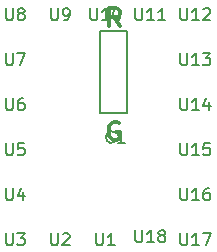
<source format=gbr>
G04 #@! TF.FileFunction,Legend,Top*
%FSLAX46Y46*%
G04 Gerber Fmt 4.6, Leading zero omitted, Abs format (unit mm)*
G04 Created by KiCad (PCBNEW 4.0.2-stable) date Monday, July 18, 2016 'PMt' 05:42:52 PM*
%MOMM*%
G01*
G04 APERTURE LIST*
%ADD10C,0.100000*%
%ADD11C,0.300000*%
%ADD12C,0.150000*%
G04 APERTURE END LIST*
D10*
D11*
X148474857Y-108724000D02*
X148332000Y-108652571D01*
X148117714Y-108652571D01*
X147903429Y-108724000D01*
X147760571Y-108866857D01*
X147689143Y-109009714D01*
X147617714Y-109295429D01*
X147617714Y-109509714D01*
X147689143Y-109795429D01*
X147760571Y-109938286D01*
X147903429Y-110081143D01*
X148117714Y-110152571D01*
X148260571Y-110152571D01*
X148474857Y-110081143D01*
X148546286Y-110009714D01*
X148546286Y-109509714D01*
X148260571Y-109509714D01*
X148546286Y-100500571D02*
X148046286Y-99786286D01*
X147689143Y-100500571D02*
X147689143Y-99000571D01*
X148260571Y-99000571D01*
X148403429Y-99072000D01*
X148474857Y-99143429D01*
X148546286Y-99286286D01*
X148546286Y-99500571D01*
X148474857Y-99643429D01*
X148403429Y-99714857D01*
X148260571Y-99786286D01*
X147689143Y-99786286D01*
D12*
X146913600Y-107848400D02*
X149199600Y-107848400D01*
X146913600Y-100965000D02*
X149199600Y-100965000D01*
X149199600Y-100965000D02*
X149199600Y-107823000D01*
X146913600Y-100965000D02*
X146913600Y-107823000D01*
X148042334Y-110331143D02*
X147994715Y-110378762D01*
X147851858Y-110426381D01*
X147756620Y-110426381D01*
X147613762Y-110378762D01*
X147518524Y-110283524D01*
X147470905Y-110188286D01*
X147423286Y-109997810D01*
X147423286Y-109854952D01*
X147470905Y-109664476D01*
X147518524Y-109569238D01*
X147613762Y-109474000D01*
X147756620Y-109426381D01*
X147851858Y-109426381D01*
X147994715Y-109474000D01*
X148042334Y-109521619D01*
X148994715Y-110426381D02*
X148423286Y-110426381D01*
X148709000Y-110426381D02*
X148709000Y-109426381D01*
X148613762Y-109569238D01*
X148518524Y-109664476D01*
X148423286Y-109712095D01*
X146558095Y-118070381D02*
X146558095Y-118879905D01*
X146605714Y-118975143D01*
X146653333Y-119022762D01*
X146748571Y-119070381D01*
X146939048Y-119070381D01*
X147034286Y-119022762D01*
X147081905Y-118975143D01*
X147129524Y-118879905D01*
X147129524Y-118070381D01*
X148129524Y-119070381D02*
X147558095Y-119070381D01*
X147843809Y-119070381D02*
X147843809Y-118070381D01*
X147748571Y-118213238D01*
X147653333Y-118308476D01*
X147558095Y-118356095D01*
X142748095Y-118070381D02*
X142748095Y-118879905D01*
X142795714Y-118975143D01*
X142843333Y-119022762D01*
X142938571Y-119070381D01*
X143129048Y-119070381D01*
X143224286Y-119022762D01*
X143271905Y-118975143D01*
X143319524Y-118879905D01*
X143319524Y-118070381D01*
X143748095Y-118165619D02*
X143795714Y-118118000D01*
X143890952Y-118070381D01*
X144129048Y-118070381D01*
X144224286Y-118118000D01*
X144271905Y-118165619D01*
X144319524Y-118260857D01*
X144319524Y-118356095D01*
X144271905Y-118498952D01*
X143700476Y-119070381D01*
X144319524Y-119070381D01*
X138938095Y-118070381D02*
X138938095Y-118879905D01*
X138985714Y-118975143D01*
X139033333Y-119022762D01*
X139128571Y-119070381D01*
X139319048Y-119070381D01*
X139414286Y-119022762D01*
X139461905Y-118975143D01*
X139509524Y-118879905D01*
X139509524Y-118070381D01*
X139890476Y-118070381D02*
X140509524Y-118070381D01*
X140176190Y-118451333D01*
X140319048Y-118451333D01*
X140414286Y-118498952D01*
X140461905Y-118546571D01*
X140509524Y-118641810D01*
X140509524Y-118879905D01*
X140461905Y-118975143D01*
X140414286Y-119022762D01*
X140319048Y-119070381D01*
X140033333Y-119070381D01*
X139938095Y-119022762D01*
X139890476Y-118975143D01*
X138938095Y-114260381D02*
X138938095Y-115069905D01*
X138985714Y-115165143D01*
X139033333Y-115212762D01*
X139128571Y-115260381D01*
X139319048Y-115260381D01*
X139414286Y-115212762D01*
X139461905Y-115165143D01*
X139509524Y-115069905D01*
X139509524Y-114260381D01*
X140414286Y-114593714D02*
X140414286Y-115260381D01*
X140176190Y-114212762D02*
X139938095Y-114927048D01*
X140557143Y-114927048D01*
X138938095Y-110450381D02*
X138938095Y-111259905D01*
X138985714Y-111355143D01*
X139033333Y-111402762D01*
X139128571Y-111450381D01*
X139319048Y-111450381D01*
X139414286Y-111402762D01*
X139461905Y-111355143D01*
X139509524Y-111259905D01*
X139509524Y-110450381D01*
X140461905Y-110450381D02*
X139985714Y-110450381D01*
X139938095Y-110926571D01*
X139985714Y-110878952D01*
X140080952Y-110831333D01*
X140319048Y-110831333D01*
X140414286Y-110878952D01*
X140461905Y-110926571D01*
X140509524Y-111021810D01*
X140509524Y-111259905D01*
X140461905Y-111355143D01*
X140414286Y-111402762D01*
X140319048Y-111450381D01*
X140080952Y-111450381D01*
X139985714Y-111402762D01*
X139938095Y-111355143D01*
X138938095Y-106640381D02*
X138938095Y-107449905D01*
X138985714Y-107545143D01*
X139033333Y-107592762D01*
X139128571Y-107640381D01*
X139319048Y-107640381D01*
X139414286Y-107592762D01*
X139461905Y-107545143D01*
X139509524Y-107449905D01*
X139509524Y-106640381D01*
X140414286Y-106640381D02*
X140223809Y-106640381D01*
X140128571Y-106688000D01*
X140080952Y-106735619D01*
X139985714Y-106878476D01*
X139938095Y-107068952D01*
X139938095Y-107449905D01*
X139985714Y-107545143D01*
X140033333Y-107592762D01*
X140128571Y-107640381D01*
X140319048Y-107640381D01*
X140414286Y-107592762D01*
X140461905Y-107545143D01*
X140509524Y-107449905D01*
X140509524Y-107211810D01*
X140461905Y-107116571D01*
X140414286Y-107068952D01*
X140319048Y-107021333D01*
X140128571Y-107021333D01*
X140033333Y-107068952D01*
X139985714Y-107116571D01*
X139938095Y-107211810D01*
X138938095Y-102830381D02*
X138938095Y-103639905D01*
X138985714Y-103735143D01*
X139033333Y-103782762D01*
X139128571Y-103830381D01*
X139319048Y-103830381D01*
X139414286Y-103782762D01*
X139461905Y-103735143D01*
X139509524Y-103639905D01*
X139509524Y-102830381D01*
X139890476Y-102830381D02*
X140557143Y-102830381D01*
X140128571Y-103830381D01*
X138938095Y-99020381D02*
X138938095Y-99829905D01*
X138985714Y-99925143D01*
X139033333Y-99972762D01*
X139128571Y-100020381D01*
X139319048Y-100020381D01*
X139414286Y-99972762D01*
X139461905Y-99925143D01*
X139509524Y-99829905D01*
X139509524Y-99020381D01*
X140128571Y-99448952D02*
X140033333Y-99401333D01*
X139985714Y-99353714D01*
X139938095Y-99258476D01*
X139938095Y-99210857D01*
X139985714Y-99115619D01*
X140033333Y-99068000D01*
X140128571Y-99020381D01*
X140319048Y-99020381D01*
X140414286Y-99068000D01*
X140461905Y-99115619D01*
X140509524Y-99210857D01*
X140509524Y-99258476D01*
X140461905Y-99353714D01*
X140414286Y-99401333D01*
X140319048Y-99448952D01*
X140128571Y-99448952D01*
X140033333Y-99496571D01*
X139985714Y-99544190D01*
X139938095Y-99639429D01*
X139938095Y-99829905D01*
X139985714Y-99925143D01*
X140033333Y-99972762D01*
X140128571Y-100020381D01*
X140319048Y-100020381D01*
X140414286Y-99972762D01*
X140461905Y-99925143D01*
X140509524Y-99829905D01*
X140509524Y-99639429D01*
X140461905Y-99544190D01*
X140414286Y-99496571D01*
X140319048Y-99448952D01*
X142748095Y-99020381D02*
X142748095Y-99829905D01*
X142795714Y-99925143D01*
X142843333Y-99972762D01*
X142938571Y-100020381D01*
X143129048Y-100020381D01*
X143224286Y-99972762D01*
X143271905Y-99925143D01*
X143319524Y-99829905D01*
X143319524Y-99020381D01*
X143843333Y-100020381D02*
X144033809Y-100020381D01*
X144129048Y-99972762D01*
X144176667Y-99925143D01*
X144271905Y-99782286D01*
X144319524Y-99591810D01*
X144319524Y-99210857D01*
X144271905Y-99115619D01*
X144224286Y-99068000D01*
X144129048Y-99020381D01*
X143938571Y-99020381D01*
X143843333Y-99068000D01*
X143795714Y-99115619D01*
X143748095Y-99210857D01*
X143748095Y-99448952D01*
X143795714Y-99544190D01*
X143843333Y-99591810D01*
X143938571Y-99639429D01*
X144129048Y-99639429D01*
X144224286Y-99591810D01*
X144271905Y-99544190D01*
X144319524Y-99448952D01*
X146081905Y-99020381D02*
X146081905Y-99829905D01*
X146129524Y-99925143D01*
X146177143Y-99972762D01*
X146272381Y-100020381D01*
X146462858Y-100020381D01*
X146558096Y-99972762D01*
X146605715Y-99925143D01*
X146653334Y-99829905D01*
X146653334Y-99020381D01*
X147653334Y-100020381D02*
X147081905Y-100020381D01*
X147367619Y-100020381D02*
X147367619Y-99020381D01*
X147272381Y-99163238D01*
X147177143Y-99258476D01*
X147081905Y-99306095D01*
X148272381Y-99020381D02*
X148367620Y-99020381D01*
X148462858Y-99068000D01*
X148510477Y-99115619D01*
X148558096Y-99210857D01*
X148605715Y-99401333D01*
X148605715Y-99639429D01*
X148558096Y-99829905D01*
X148510477Y-99925143D01*
X148462858Y-99972762D01*
X148367620Y-100020381D01*
X148272381Y-100020381D01*
X148177143Y-99972762D01*
X148129524Y-99925143D01*
X148081905Y-99829905D01*
X148034286Y-99639429D01*
X148034286Y-99401333D01*
X148081905Y-99210857D01*
X148129524Y-99115619D01*
X148177143Y-99068000D01*
X148272381Y-99020381D01*
X149891905Y-99020381D02*
X149891905Y-99829905D01*
X149939524Y-99925143D01*
X149987143Y-99972762D01*
X150082381Y-100020381D01*
X150272858Y-100020381D01*
X150368096Y-99972762D01*
X150415715Y-99925143D01*
X150463334Y-99829905D01*
X150463334Y-99020381D01*
X151463334Y-100020381D02*
X150891905Y-100020381D01*
X151177619Y-100020381D02*
X151177619Y-99020381D01*
X151082381Y-99163238D01*
X150987143Y-99258476D01*
X150891905Y-99306095D01*
X152415715Y-100020381D02*
X151844286Y-100020381D01*
X152130000Y-100020381D02*
X152130000Y-99020381D01*
X152034762Y-99163238D01*
X151939524Y-99258476D01*
X151844286Y-99306095D01*
X153701905Y-99020381D02*
X153701905Y-99829905D01*
X153749524Y-99925143D01*
X153797143Y-99972762D01*
X153892381Y-100020381D01*
X154082858Y-100020381D01*
X154178096Y-99972762D01*
X154225715Y-99925143D01*
X154273334Y-99829905D01*
X154273334Y-99020381D01*
X155273334Y-100020381D02*
X154701905Y-100020381D01*
X154987619Y-100020381D02*
X154987619Y-99020381D01*
X154892381Y-99163238D01*
X154797143Y-99258476D01*
X154701905Y-99306095D01*
X155654286Y-99115619D02*
X155701905Y-99068000D01*
X155797143Y-99020381D01*
X156035239Y-99020381D01*
X156130477Y-99068000D01*
X156178096Y-99115619D01*
X156225715Y-99210857D01*
X156225715Y-99306095D01*
X156178096Y-99448952D01*
X155606667Y-100020381D01*
X156225715Y-100020381D01*
X153701905Y-102830381D02*
X153701905Y-103639905D01*
X153749524Y-103735143D01*
X153797143Y-103782762D01*
X153892381Y-103830381D01*
X154082858Y-103830381D01*
X154178096Y-103782762D01*
X154225715Y-103735143D01*
X154273334Y-103639905D01*
X154273334Y-102830381D01*
X155273334Y-103830381D02*
X154701905Y-103830381D01*
X154987619Y-103830381D02*
X154987619Y-102830381D01*
X154892381Y-102973238D01*
X154797143Y-103068476D01*
X154701905Y-103116095D01*
X155606667Y-102830381D02*
X156225715Y-102830381D01*
X155892381Y-103211333D01*
X156035239Y-103211333D01*
X156130477Y-103258952D01*
X156178096Y-103306571D01*
X156225715Y-103401810D01*
X156225715Y-103639905D01*
X156178096Y-103735143D01*
X156130477Y-103782762D01*
X156035239Y-103830381D01*
X155749524Y-103830381D01*
X155654286Y-103782762D01*
X155606667Y-103735143D01*
X153701905Y-106640381D02*
X153701905Y-107449905D01*
X153749524Y-107545143D01*
X153797143Y-107592762D01*
X153892381Y-107640381D01*
X154082858Y-107640381D01*
X154178096Y-107592762D01*
X154225715Y-107545143D01*
X154273334Y-107449905D01*
X154273334Y-106640381D01*
X155273334Y-107640381D02*
X154701905Y-107640381D01*
X154987619Y-107640381D02*
X154987619Y-106640381D01*
X154892381Y-106783238D01*
X154797143Y-106878476D01*
X154701905Y-106926095D01*
X156130477Y-106973714D02*
X156130477Y-107640381D01*
X155892381Y-106592762D02*
X155654286Y-107307048D01*
X156273334Y-107307048D01*
X153701905Y-110450381D02*
X153701905Y-111259905D01*
X153749524Y-111355143D01*
X153797143Y-111402762D01*
X153892381Y-111450381D01*
X154082858Y-111450381D01*
X154178096Y-111402762D01*
X154225715Y-111355143D01*
X154273334Y-111259905D01*
X154273334Y-110450381D01*
X155273334Y-111450381D02*
X154701905Y-111450381D01*
X154987619Y-111450381D02*
X154987619Y-110450381D01*
X154892381Y-110593238D01*
X154797143Y-110688476D01*
X154701905Y-110736095D01*
X156178096Y-110450381D02*
X155701905Y-110450381D01*
X155654286Y-110926571D01*
X155701905Y-110878952D01*
X155797143Y-110831333D01*
X156035239Y-110831333D01*
X156130477Y-110878952D01*
X156178096Y-110926571D01*
X156225715Y-111021810D01*
X156225715Y-111259905D01*
X156178096Y-111355143D01*
X156130477Y-111402762D01*
X156035239Y-111450381D01*
X155797143Y-111450381D01*
X155701905Y-111402762D01*
X155654286Y-111355143D01*
X153701905Y-114260381D02*
X153701905Y-115069905D01*
X153749524Y-115165143D01*
X153797143Y-115212762D01*
X153892381Y-115260381D01*
X154082858Y-115260381D01*
X154178096Y-115212762D01*
X154225715Y-115165143D01*
X154273334Y-115069905D01*
X154273334Y-114260381D01*
X155273334Y-115260381D02*
X154701905Y-115260381D01*
X154987619Y-115260381D02*
X154987619Y-114260381D01*
X154892381Y-114403238D01*
X154797143Y-114498476D01*
X154701905Y-114546095D01*
X156130477Y-114260381D02*
X155940000Y-114260381D01*
X155844762Y-114308000D01*
X155797143Y-114355619D01*
X155701905Y-114498476D01*
X155654286Y-114688952D01*
X155654286Y-115069905D01*
X155701905Y-115165143D01*
X155749524Y-115212762D01*
X155844762Y-115260381D01*
X156035239Y-115260381D01*
X156130477Y-115212762D01*
X156178096Y-115165143D01*
X156225715Y-115069905D01*
X156225715Y-114831810D01*
X156178096Y-114736571D01*
X156130477Y-114688952D01*
X156035239Y-114641333D01*
X155844762Y-114641333D01*
X155749524Y-114688952D01*
X155701905Y-114736571D01*
X155654286Y-114831810D01*
X153701905Y-118070381D02*
X153701905Y-118879905D01*
X153749524Y-118975143D01*
X153797143Y-119022762D01*
X153892381Y-119070381D01*
X154082858Y-119070381D01*
X154178096Y-119022762D01*
X154225715Y-118975143D01*
X154273334Y-118879905D01*
X154273334Y-118070381D01*
X155273334Y-119070381D02*
X154701905Y-119070381D01*
X154987619Y-119070381D02*
X154987619Y-118070381D01*
X154892381Y-118213238D01*
X154797143Y-118308476D01*
X154701905Y-118356095D01*
X155606667Y-118070381D02*
X156273334Y-118070381D01*
X155844762Y-119070381D01*
X149891905Y-117816381D02*
X149891905Y-118625905D01*
X149939524Y-118721143D01*
X149987143Y-118768762D01*
X150082381Y-118816381D01*
X150272858Y-118816381D01*
X150368096Y-118768762D01*
X150415715Y-118721143D01*
X150463334Y-118625905D01*
X150463334Y-117816381D01*
X151463334Y-118816381D02*
X150891905Y-118816381D01*
X151177619Y-118816381D02*
X151177619Y-117816381D01*
X151082381Y-117959238D01*
X150987143Y-118054476D01*
X150891905Y-118102095D01*
X152034762Y-118244952D02*
X151939524Y-118197333D01*
X151891905Y-118149714D01*
X151844286Y-118054476D01*
X151844286Y-118006857D01*
X151891905Y-117911619D01*
X151939524Y-117864000D01*
X152034762Y-117816381D01*
X152225239Y-117816381D01*
X152320477Y-117864000D01*
X152368096Y-117911619D01*
X152415715Y-118006857D01*
X152415715Y-118054476D01*
X152368096Y-118149714D01*
X152320477Y-118197333D01*
X152225239Y-118244952D01*
X152034762Y-118244952D01*
X151939524Y-118292571D01*
X151891905Y-118340190D01*
X151844286Y-118435429D01*
X151844286Y-118625905D01*
X151891905Y-118721143D01*
X151939524Y-118768762D01*
X152034762Y-118816381D01*
X152225239Y-118816381D01*
X152320477Y-118768762D01*
X152368096Y-118721143D01*
X152415715Y-118625905D01*
X152415715Y-118435429D01*
X152368096Y-118340190D01*
X152320477Y-118292571D01*
X152225239Y-118244952D01*
M02*

</source>
